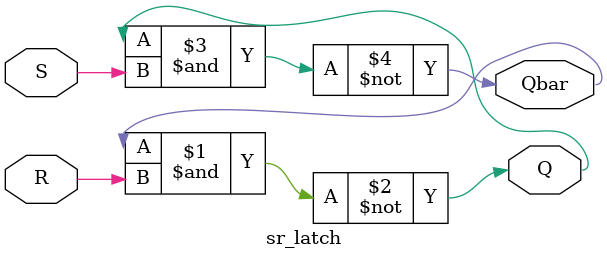
<source format=v>

module sr_latch (
    Q, Qbar, S, R
);

    input S, R;
    output Q, Qbar;

    assign Q = ~(Qbar & R);
    assign Qbar = ~(Q & S);
    
endmodule
</source>
